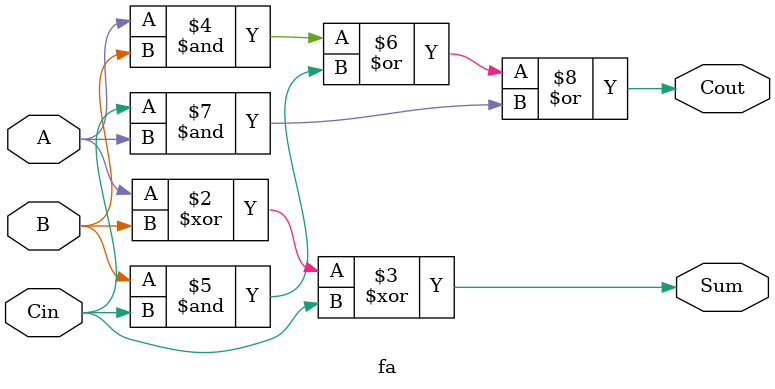
<source format=v>
`timescale 1ns / 1ps

module fa(
    input A, B, Cin,
    output reg Sum, Cout
);
    always @(A or B or Cin) begin
        Sum = A ^ B ^ Cin;
        Cout = (A & B) | (B & Cin) | (Cin & A);
    end
endmodule


</source>
